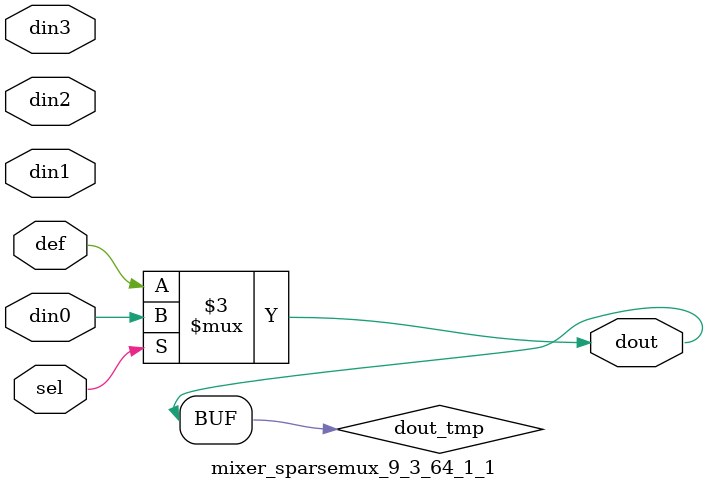
<source format=v>
`timescale 1ns / 1ps

module mixer_sparsemux_9_3_64_1_1 (din0,din1,din2,din3,def,sel,dout);

parameter din0_WIDTH = 1;

parameter din1_WIDTH = 1;

parameter din2_WIDTH = 1;

parameter din3_WIDTH = 1;

parameter def_WIDTH = 1;
parameter sel_WIDTH = 1;
parameter dout_WIDTH = 1;

parameter [sel_WIDTH-1:0] CASE0 = 1;

parameter [sel_WIDTH-1:0] CASE1 = 1;

parameter [sel_WIDTH-1:0] CASE2 = 1;

parameter [sel_WIDTH-1:0] CASE3 = 1;

parameter ID = 1;
parameter NUM_STAGE = 1;



input [din0_WIDTH-1:0] din0;

input [din1_WIDTH-1:0] din1;

input [din2_WIDTH-1:0] din2;

input [din3_WIDTH-1:0] din3;

input [def_WIDTH-1:0] def;
input [sel_WIDTH-1:0] sel;

output [dout_WIDTH-1:0] dout;



reg [dout_WIDTH-1:0] dout_tmp;


always @ (*) begin
(* parallel_case *) case (sel)
    
    CASE0 : dout_tmp = din0;
    
    CASE1 : dout_tmp = din1;
    
    CASE2 : dout_tmp = din2;
    
    CASE3 : dout_tmp = din3;
    
    default : dout_tmp = def;
endcase
end


assign dout = dout_tmp;



endmodule

</source>
